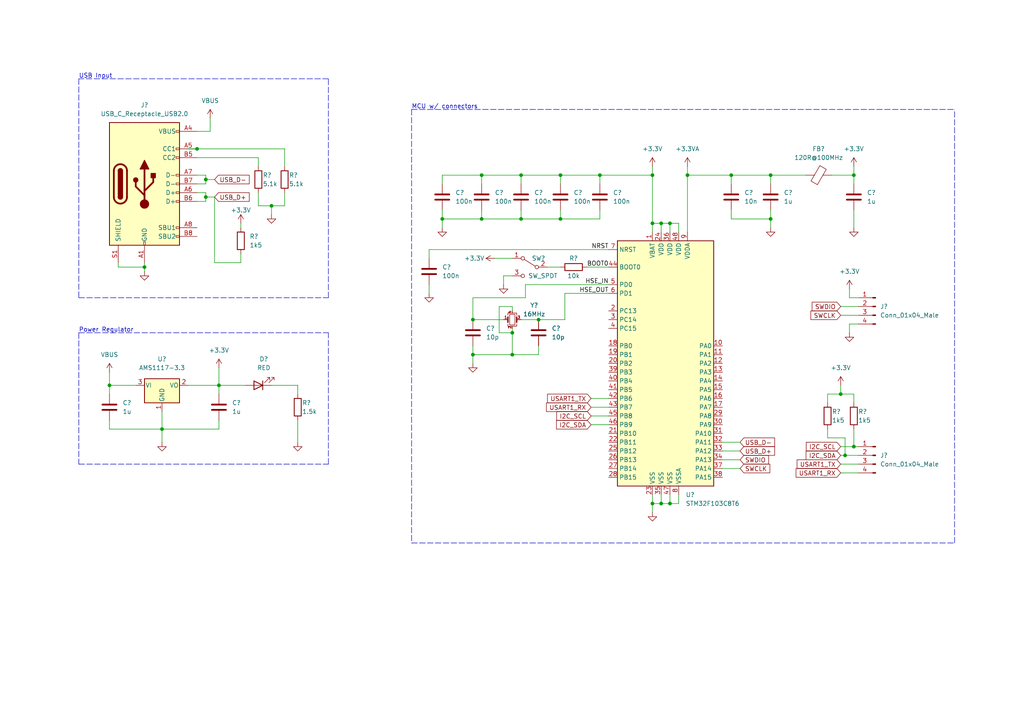
<source format=kicad_sch>
(kicad_sch (version 20211123) (generator eeschema)
  (paper "A4")
  (lib_symbols
    (symbol "Connector:Conn_01x04_Male" (pin_names (offset 1.016) hide)
      (property "Reference" "J" (at 0 5.08 0))
      (property "Value" "Conn_01x04_Male" (at 0 -7.62 0))
      (symbol "Conn_01x04_Male_1_1"
        (polyline (pts (xy 1.27 -5.08) (xy 0.8636 -5.08)) (stroke (width 0.1524)))
        (polyline (pts (xy 1.27 -2.54) (xy 0.8636 -2.54)) (stroke (width 0.1524)))
        (polyline (pts (xy 1.27 0) (xy 0.8636 0)) (stroke (width 0.1524)))
        (polyline (pts (xy 1.27 2.54) (xy 0.8636 2.54)) (stroke (width 0.1524)))
        (rectangle (start 0.8636 -4.953) (end 0 -5.207) (stroke (width 0.1524)) (fill (type outline)))
        (rectangle (start 0.8636 -2.413) (end 0 -2.667) (stroke (width 0.1524)) (fill (type outline)))
        (rectangle (start 0.8636 0.127) (end 0 -0.127) (stroke (width 0.1524)) (fill (type outline)))
        (rectangle (start 0.8636 2.667) (end 0 2.413) (stroke (width 0.1524)) (fill (type outline)))
        (pin passive line (at 5.08 2.54 180) (length 3.81) (name "Pin_1") (number "1"))
        (pin passive line (at 5.08 0 180) (length 3.81) (name "Pin_2") (number "2"))
        (pin passive line (at 5.08 -2.54 180) (length 3.81) (name "Pin_3") (number "3"))
        (pin passive line (at 5.08 -5.08 180) (length 3.81) (name "Pin_4") (number "4"))
      )
    )
    (symbol "Connector:USB_C_Receptacle_USB2.0" (pin_names (offset 1.016))
      (property "Reference" "J" (at -10.16 19.05 0))
      (property "Value" "USB_C_Receptacle_USB2.0" (at 19.05 19.05 0))
      (symbol "USB_C_Receptacle_USB2.0_0_0"
        (rectangle (start -0.254 -17.78) (end 0.254 -16.764))
        (rectangle (start 10.16 -14.986) (end 9.144 -15.494))
        (rectangle (start 10.16 -12.446) (end 9.144 -12.954))
        (rectangle (start 10.16 -4.826) (end 9.144 -5.334))
        (rectangle (start 10.16 -2.286) (end 9.144 -2.794))
        (rectangle (start 10.16 0.254) (end 9.144 -0.254))
        (rectangle (start 10.16 2.794) (end 9.144 2.286))
        (rectangle (start 10.16 7.874) (end 9.144 7.366))
        (rectangle (start 10.16 10.414) (end 9.144 9.906))
        (rectangle (start 10.16 15.494) (end 9.144 14.986))
      )
      (symbol "USB_C_Receptacle_USB2.0_0_1"
        (rectangle (start -10.16 17.78) (end 10.16 -17.78) (stroke (width 0.254)) (fill (type background)))
        (arc (start -8.89 -3.81) (mid -6.985 -5.715) (end -5.08 -3.81) (stroke (width 0.508)))
        (arc (start -7.62 -3.81) (mid -6.985 -4.445) (end -6.35 -3.81) (stroke (width 0.254)))
        (arc (start -7.62 -3.81) (mid -6.985 -4.445) (end -6.35 -3.81) (stroke (width 0.254)) (fill (type outline)))
        (rectangle (start -7.62 -3.81) (end -6.35 3.81) (stroke (width 0.254)) (fill (type outline)))
        (arc (start -6.35 3.81) (mid -6.985 4.445) (end -7.62 3.81) (stroke (width 0.254)))
        (arc (start -6.35 3.81) (mid -6.985 4.445) (end -7.62 3.81) (stroke (width 0.254)) (fill (type outline)))
        (arc (start -5.08 3.81) (mid -6.985 5.715) (end -8.89 3.81) (stroke (width 0.508)))
        (circle (center -2.54 1.143) (radius 0.635) (stroke (width 0.254)) (fill (type outline)))
        (circle (center 0 -5.842) (radius 1.27) (fill (type outline)))
        (polyline (pts (xy -8.89 -3.81) (xy -8.89 3.81)) (stroke (width 0.508)))
        (polyline (pts (xy -5.08 3.81) (xy -5.08 -3.81)) (stroke (width 0.508)))
        (polyline (pts (xy 0 -5.842) (xy 0 4.318)) (stroke (width 0.508)))
        (polyline (pts (xy 0 -3.302) (xy -2.54 -0.762) (xy -2.54 0.508)) (stroke (width 0.508)))
        (polyline (pts (xy 0 -2.032) (xy 2.54 0.508) (xy 2.54 1.778)) (stroke (width 0.508)))
        (polyline (pts (xy -1.27 4.318) (xy 0 6.858) (xy 1.27 4.318) (xy -1.27 4.318)) (stroke (width 0.254)) (fill (type outline)))
        (rectangle (start 1.905 1.778) (end 3.175 3.048) (stroke (width 0.254)) (fill (type outline)))
      )
      (symbol "USB_C_Receptacle_USB2.0_1_1"
        (pin passive line (at 0 -22.86 90) (length 5.08) (name "GND") (number "A1"))
        (pin passive line (at 0 -22.86 90) (length 5.08) hide (name "GND") (number "A12"))
        (pin passive line (at 15.24 15.24 180) (length 5.08) (name "VBUS") (number "A4"))
        (pin bidirectional line (at 15.24 10.16 180) (length 5.08) (name "CC1") (number "A5"))
        (pin bidirectional line (at 15.24 -2.54 180) (length 5.08) (name "D+") (number "A6"))
        (pin bidirectional line (at 15.24 2.54 180) (length 5.08) (name "D-") (number "A7"))
        (pin bidirectional line (at 15.24 -12.7 180) (length 5.08) (name "SBU1") (number "A8"))
        (pin passive line (at 15.24 15.24 180) (length 5.08) hide (name "VBUS") (number "A9"))
        (pin passive line (at 0 -22.86 90) (length 5.08) hide (name "GND") (number "B1"))
        (pin passive line (at 0 -22.86 90) (length 5.08) hide (name "GND") (number "B12"))
        (pin passive line (at 15.24 15.24 180) (length 5.08) hide (name "VBUS") (number "B4"))
        (pin bidirectional line (at 15.24 7.62 180) (length 5.08) (name "CC2") (number "B5"))
        (pin bidirectional line (at 15.24 -5.08 180) (length 5.08) (name "D+") (number "B6"))
        (pin bidirectional line (at 15.24 0 180) (length 5.08) (name "D-") (number "B7"))
        (pin bidirectional line (at 15.24 -15.24 180) (length 5.08) (name "SBU2") (number "B8"))
        (pin passive line (at 15.24 15.24 180) (length 5.08) hide (name "VBUS") (number "B9"))
        (pin passive line (at -7.62 -22.86 90) (length 5.08) (name "SHIELD") (number "S1"))
      )
    )
    (symbol "Device:C" (pin_numbers hide) (pin_names (offset 0.254))
      (property "Reference" "C" (at 0.635 2.54 0))
      (property "Value" "C" (at 0.635 -2.54 0))
      (symbol "C_0_1"
        (polyline (pts (xy -2.032 -0.762) (xy 2.032 -0.762)) (stroke (width 0.508)))
        (polyline (pts (xy -2.032 0.762) (xy 2.032 0.762)) (stroke (width 0.508)))
      )
      (symbol "C_1_1"
        (pin passive line (at 0 3.81 270) (length 2.794) (name "~") (number "1"))
        (pin passive line (at 0 -3.81 90) (length 2.794) (name "~") (number "2"))
      )
    )
    (symbol "Device:Crystal_GND24_Small" (pin_names (offset 1.016) hide)
      (property "Reference" "Y" (at 1.27 4.445 0))
      (property "Value" "Crystal_GND24_Small" (at 1.27 2.54 0))
      (symbol "Crystal_GND24_Small_0_1"
        (rectangle (start -0.762 -1.524) (end 0.762 1.524))
        (polyline (pts (xy -1.27 -0.762) (xy -1.27 0.762)) (stroke (width 0.381)))
        (polyline (pts (xy 1.27 -0.762) (xy 1.27 0.762)) (stroke (width 0.381)))
        (polyline (pts (xy -1.27 -1.27) (xy -1.27 -1.905) (xy 1.27 -1.905) (xy 1.27 -1.27)))
        (polyline (pts (xy -1.27 1.27) (xy -1.27 1.905) (xy 1.27 1.905) (xy 1.27 1.27)))
      )
      (symbol "Crystal_GND24_Small_1_1"
        (pin passive line (at -2.54 0 0) (length 1.27) (name "1") (number "1"))
        (pin passive line (at 0 -2.54 90) (length 0.635) (name "2") (number "2"))
        (pin passive line (at 2.54 0 180) (length 1.27) (name "3") (number "3"))
        (pin passive line (at 0 2.54 270) (length 0.635) (name "4") (number "4"))
      )
    )
    (symbol "Device:FerriteBead" (pin_numbers hide) (pin_names (offset 0))
      (property "Reference" "FB" (at -3.81 0.635 90))
      (property "Value" "FerriteBead" (at 3.81 0 90))
      (symbol "FerriteBead_0_1"
        (polyline (pts (xy 0 -1.27) (xy 0 -1.2192)))
        (polyline (pts (xy 0 1.27) (xy 0 1.2954)))
        (polyline (pts (xy -2.7686 0.4064) (xy -1.7018 2.2606) (xy 2.7686 -0.3048) (xy 1.6764 -2.159) (xy -2.7686 0.4064)))
      )
      (symbol "FerriteBead_1_1"
        (pin passive line (at 0 3.81 270) (length 2.54) (name "~") (number "1"))
        (pin passive line (at 0 -3.81 90) (length 2.54) (name "~") (number "2"))
      )
    )
    (symbol "Device:LED" (pin_numbers hide) (pin_names (offset 1.016) hide)
      (property "Reference" "D" (at 0 2.54 0))
      (property "Value" "LED" (at 0 -2.54 0))
      (symbol "LED_0_1"
        (polyline (pts (xy -1.27 -1.27) (xy -1.27 1.27)) (stroke (width 0.254)))
        (polyline (pts (xy -1.27 0) (xy 1.27 0)))
        (polyline (pts (xy 1.27 -1.27) (xy 1.27 1.27) (xy -1.27 0) (xy 1.27 -1.27)) (stroke (width 0.254)))
        (polyline (pts (xy -3.048 -0.762) (xy -4.572 -2.286) (xy -3.81 -2.286) (xy -4.572 -2.286) (xy -4.572 -1.524)))
        (polyline (pts (xy -1.778 -0.762) (xy -3.302 -2.286) (xy -2.54 -2.286) (xy -3.302 -2.286) (xy -3.302 -1.524)))
      )
      (symbol "LED_1_1"
        (pin passive line (at -3.81 0 0) (length 2.54) (name "K") (number "1"))
        (pin passive line (at 3.81 0 180) (length 2.54) (name "A") (number "2"))
      )
    )
    (symbol "Device:R" (pin_numbers hide) (pin_names (offset 0))
      (property "Reference" "R" (at 2.032 0 90))
      (property "Value" "R" (at 0 0 90))
      (symbol "R_0_1"
        (rectangle (start -1.016 -2.54) (end 1.016 2.54) (stroke (width 0.254)))
      )
      (symbol "R_1_1"
        (pin passive line (at 0 3.81 270) (length 1.27) (name "~") (number "1"))
        (pin passive line (at 0 -3.81 90) (length 1.27) (name "~") (number "2"))
      )
    )
    (symbol "MCU_ST_STM32F1:STM32F103C8Tx"
      (property "Reference" "U" (at -15.24 36.83 0))
      (property "Value" "STM32F103C8Tx" (at 7.62 36.83 0))
      (symbol "STM32F103C8Tx_0_1"
        (rectangle (start -15.24 -35.56) (end 12.7 35.56) (stroke (width 0.254)) (fill (type background)))
      )
      (symbol "STM32F103C8Tx_1_1"
        (pin power_in line (at -5.08 38.1 270) (length 2.54) (name "VBAT") (number "1"))
        (pin bidirectional line (at 15.24 5.08 180) (length 2.54) (name "PA0") (number "10"))
        (pin bidirectional line (at 15.24 2.54 180) (length 2.54) (name "PA1") (number "11"))
        (pin bidirectional line (at 15.24 0 180) (length 2.54) (name "PA2") (number "12"))
        (pin bidirectional line (at 15.24 -2.54 180) (length 2.54) (name "PA3") (number "13"))
        (pin bidirectional line (at 15.24 -5.08 180) (length 2.54) (name "PA4") (number "14"))
        (pin bidirectional line (at 15.24 -7.62 180) (length 2.54) (name "PA5") (number "15"))
        (pin bidirectional line (at 15.24 -10.16 180) (length 2.54) (name "PA6") (number "16"))
        (pin bidirectional line (at 15.24 -12.7 180) (length 2.54) (name "PA7") (number "17"))
        (pin bidirectional line (at -17.78 5.08 0) (length 2.54) (name "PB0") (number "18"))
        (pin bidirectional line (at -17.78 2.54 0) (length 2.54) (name "PB1") (number "19"))
        (pin bidirectional line (at -17.78 15.24 0) (length 2.54) (name "PC13") (number "2"))
        (pin bidirectional line (at -17.78 0 0) (length 2.54) (name "PB2") (number "20"))
        (pin bidirectional line (at -17.78 -20.32 0) (length 2.54) (name "PB10") (number "21"))
        (pin bidirectional line (at -17.78 -22.86 0) (length 2.54) (name "PB11") (number "22"))
        (pin power_in line (at -5.08 -38.1 90) (length 2.54) (name "VSS") (number "23"))
        (pin power_in line (at -2.54 38.1 270) (length 2.54) (name "VDD") (number "24"))
        (pin bidirectional line (at -17.78 -25.4 0) (length 2.54) (name "PB12") (number "25"))
        (pin bidirectional line (at -17.78 -27.94 0) (length 2.54) (name "PB13") (number "26"))
        (pin bidirectional line (at -17.78 -30.48 0) (length 2.54) (name "PB14") (number "27"))
        (pin bidirectional line (at -17.78 -33.02 0) (length 2.54) (name "PB15") (number "28"))
        (pin bidirectional line (at 15.24 -15.24 180) (length 2.54) (name "PA8") (number "29"))
        (pin bidirectional line (at -17.78 12.7 0) (length 2.54) (name "PC14") (number "3"))
        (pin bidirectional line (at 15.24 -17.78 180) (length 2.54) (name "PA9") (number "30"))
        (pin bidirectional line (at 15.24 -20.32 180) (length 2.54) (name "PA10") (number "31"))
        (pin bidirectional line (at 15.24 -22.86 180) (length 2.54) (name "PA11") (number "32"))
        (pin bidirectional line (at 15.24 -25.4 180) (length 2.54) (name "PA12") (number "33"))
        (pin bidirectional line (at 15.24 -27.94 180) (length 2.54) (name "PA13") (number "34"))
        (pin power_in line (at -2.54 -38.1 90) (length 2.54) (name "VSS") (number "35"))
        (pin power_in line (at 0 38.1 270) (length 2.54) (name "VDD") (number "36"))
        (pin bidirectional line (at 15.24 -30.48 180) (length 2.54) (name "PA14") (number "37"))
        (pin bidirectional line (at 15.24 -33.02 180) (length 2.54) (name "PA15") (number "38"))
        (pin bidirectional line (at -17.78 -2.54 0) (length 2.54) (name "PB3") (number "39"))
        (pin bidirectional line (at -17.78 10.16 0) (length 2.54) (name "PC15") (number "4"))
        (pin bidirectional line (at -17.78 -5.08 0) (length 2.54) (name "PB4") (number "40"))
        (pin bidirectional line (at -17.78 -7.62 0) (length 2.54) (name "PB5") (number "41"))
        (pin bidirectional line (at -17.78 -10.16 0) (length 2.54) (name "PB6") (number "42"))
        (pin bidirectional line (at -17.78 -12.7 0) (length 2.54) (name "PB7") (number "43"))
        (pin input line (at -17.78 27.94 0) (length 2.54) (name "BOOT0") (number "44"))
        (pin bidirectional line (at -17.78 -15.24 0) (length 2.54) (name "PB8") (number "45"))
        (pin bidirectional line (at -17.78 -17.78 0) (length 2.54) (name "PB9") (number "46"))
        (pin power_in line (at 0 -38.1 90) (length 2.54) (name "VSS") (number "47"))
        (pin power_in line (at 2.54 38.1 270) (length 2.54) (name "VDD") (number "48"))
        (pin input line (at -17.78 22.86 0) (length 2.54) (name "PD0") (number "5"))
        (pin input line (at -17.78 20.32 0) (length 2.54) (name "PD1") (number "6"))
        (pin input line (at -17.78 33.02 0) (length 2.54) (name "NRST") (number "7"))
        (pin power_in line (at 2.54 -38.1 90) (length 2.54) (name "VSSA") (number "8"))
        (pin power_in line (at 5.08 38.1 270) (length 2.54) (name "VDDA") (number "9"))
      )
    )
    (symbol "Regulator_Linear:AMS1117-3.3" (pin_names (offset 0.254))
      (property "Reference" "U" (at -3.81 3.175 0))
      (property "Value" "AMS1117-3.3" (at 0 3.175 0))
      (symbol "AMS1117-3.3_0_1"
        (rectangle (start -5.08 -5.08) (end 5.08 1.905) (stroke (width 0.254)) (fill (type background)))
      )
      (symbol "AMS1117-3.3_1_1"
        (pin power_in line (at 0 -7.62 90) (length 2.54) (name "GND") (number "1"))
        (pin power_out line (at 7.62 0 180) (length 2.54) (name "VO") (number "2"))
        (pin power_in line (at -7.62 0 0) (length 2.54) (name "VI") (number "3"))
      )
    )
    (symbol "Switch:SW_SPDT" (pin_names (offset 0) hide)
      (property "Reference" "SW" (at 0 4.318 0))
      (property "Value" "SW_SPDT" (at 0 -5.08 0))
      (symbol "SW_SPDT_0_0"
        (circle (center -2.032 0) (radius 0.508))
        (circle (center 2.032 -2.54) (radius 0.508))
      )
      (symbol "SW_SPDT_0_1"
        (polyline (pts (xy -1.524 0.254) (xy 1.651 2.286)))
        (circle (center 2.032 2.54) (radius 0.508))
      )
      (symbol "SW_SPDT_1_1"
        (pin passive line (at 5.08 2.54 180) (length 2.54) (name "A") (number "1"))
        (pin passive line (at -5.08 0 0) (length 2.54) (name "B") (number "2"))
        (pin passive line (at 5.08 -2.54 180) (length 2.54) (name "C") (number "3"))
      )
    )
    (symbol "power:+3.3V" (power) (pin_names (offset 0))
      (property "Value" "+3.3V" (at 0 3.556 0))
      (symbol "+3.3V_0_1"
        (polyline (pts (xy -0.762 1.27) (xy 0 2.54)))
        (polyline (pts (xy 0 0) (xy 0 2.54)))
        (polyline (pts (xy 0 2.54) (xy 0.762 1.27)))
      )
      (symbol "+3.3V_1_1"
        (pin power_in line (at 0 0 90) (length 0) hide (name "+3.3V") (number "1"))
      )
    )
    (symbol "power:+3.3VA" (power) (pin_names (offset 0))
      (property "Value" "+3.3VA" (at 0 3.556 0))
      (symbol "+3.3VA_0_1"
        (polyline (pts (xy -0.762 1.27) (xy 0 2.54)))
        (polyline (pts (xy 0 0) (xy 0 2.54)))
        (polyline (pts (xy 0 2.54) (xy 0.762 1.27)))
      )
      (symbol "+3.3VA_1_1"
        (pin power_in line (at 0 0 90) (length 0) hide (name "+3.3VA") (number "1"))
      )
    )
    (symbol "power:GND" (power) (pin_names (offset 0))
      (property "Value" "GND" (at 0 -3.81 0))
      (symbol "GND_0_1"
        (polyline (pts (xy 0 0) (xy 0 -1.27) (xy 1.27 -1.27) (xy 0 -2.54) (xy -1.27 -1.27) (xy 0 -1.27)))
      )
      (symbol "GND_1_1"
        (pin power_in line (at 0 0 270) (length 0) hide (name "GND") (number "1"))
      )
    )
    (symbol "power:VBUS" (power) (pin_names (offset 0))
      (property "Value" "VBUS" (at 0 3.81 0))
      (symbol "VBUS_0_1"
        (polyline (pts (xy -0.762 1.27) (xy 0 2.54)))
        (polyline (pts (xy 0 0) (xy 0 2.54)))
        (polyline (pts (xy 0 2.54) (xy 0.762 1.27)))
      )
      (symbol "VBUS_1_1"
        (pin power_in line (at 0 0 90) (length 0) hide (name "VBUS") (number "1"))
      )
    )
  )
  (junction (at 137.16 102.87))
  (junction (at 137.16 92.71))
  (junction (at 189.23 50.8))
  (junction (at 194.31 146.05))
  (junction (at 189.23 146.05))
  (junction (at 156.21 92.71))
  (junction (at 151.13 50.8))
  (junction (at 148.59 102.87))
  (junction (at 139.7 50.8))
  (junction (at 162.56 50.8))
  (junction (at 245.11 132.08))
  (junction (at 128.27 63.5))
  (junction (at 189.23 64.77))
  (junction (at 41.91 77.47))
  (junction (at 148.59 96.52))
  (junction (at 139.7 63.5))
  (junction (at 59.69 52.07))
  (junction (at 223.52 63.5))
  (junction (at 191.77 64.77))
  (junction (at 46.99 124.46))
  (junction (at 247.65 129.54))
  (junction (at 59.69 57.15))
  (junction (at 63.5 111.76))
  (junction (at 31.75 111.76))
  (junction (at 162.56 63.5))
  (junction (at 194.31 64.77))
  (junction (at 173.99 50.8))
  (junction (at 223.52 50.8))
  (junction (at 57.15 43.18))
  (junction (at 247.65 50.8))
  (junction (at 243.84 114.3))
  (junction (at 212.09 50.8))
  (junction (at 191.77 146.05))
  (junction (at 199.39 50.8))
  (junction (at 151.13 63.5))
  (junction (at 78.74 59.69))
  (wire (pts (xy 144.78 96.52) (xy 148.59 96.52)))
  (wire (pts (xy 151.13 50.8) (xy 151.13 53.34)))
  (wire (pts (xy 74.93 48.26) (xy 74.93 45.72)))
  (wire (pts (xy 74.93 45.72) (xy 57.15 45.72)))
  (wire (pts (xy 194.31 64.77) (xy 196.85 64.77)))
  (wire (pts (xy 247.65 114.3) (xy 247.65 116.84)))
  (wire (pts (xy 57.15 53.34) (xy 59.69 53.34)))
  (wire (pts (xy 146.05 80.01) (xy 146.05 82.55)))
  (wire (pts (xy 124.46 82.55) (xy 124.46 85.09)))
  (polyline (pts (xy 95.25 22.86) (xy 22.86 22.86)))
  (wire (pts (xy 223.52 63.5) (xy 212.09 63.5)))
  (wire (pts (xy 151.13 63.5) (xy 151.13 60.96)))
  (wire (pts (xy 245.11 127) (xy 240.03 127)))
  (wire (pts (xy 63.5 121.92) (xy 63.5 124.46)))
  (wire (pts (xy 173.99 50.8) (xy 189.23 50.8)))
  (wire (pts (xy 196.85 64.77) (xy 196.85 67.31)))
  (polyline (pts (xy 22.86 96.52) (xy 95.25 96.52)))
  (wire (pts (xy 128.27 53.34) (xy 128.27 50.8)))
  (polyline (pts (xy 22.86 96.52) (xy 22.86 134.62)))
  (wire (pts (xy 247.65 60.96) (xy 247.65 66.04)))
  (wire (pts (xy 31.75 111.76) (xy 31.75 114.3)))
  (wire (pts (xy 74.93 59.69) (xy 78.74 59.69)))
  (wire (pts (xy 151.13 50.8) (xy 162.56 50.8)))
  (wire (pts (xy 137.16 100.33) (xy 137.16 102.87)))
  (wire (pts (xy 189.23 146.05) (xy 191.77 146.05)))
  (wire (pts (xy 214.63 130.81) (xy 209.55 130.81)))
  (wire (pts (xy 78.74 59.69) (xy 82.55 59.69)))
  (wire (pts (xy 171.45 115.57) (xy 176.53 115.57)))
  (wire (pts (xy 189.23 64.77) (xy 191.77 64.77)))
  (wire (pts (xy 62.23 76.2) (xy 62.23 57.15)))
  (wire (pts (xy 86.36 111.76) (xy 78.74 111.76)))
  (wire (pts (xy 158.75 77.47) (xy 162.56 77.47)))
  (wire (pts (xy 128.27 63.5) (xy 128.27 66.04)))
  (wire (pts (xy 156.21 92.71) (xy 163.83 92.71)))
  (wire (pts (xy 78.74 59.69) (xy 78.74 62.23)))
  (wire (pts (xy 46.99 124.46) (xy 46.99 128.27)))
  (wire (pts (xy 196.85 146.05) (xy 194.31 146.05)))
  (wire (pts (xy 34.29 77.47) (xy 34.29 76.2)))
  (wire (pts (xy 128.27 60.96) (xy 128.27 63.5)))
  (wire (pts (xy 63.5 111.76) (xy 71.12 111.76)))
  (wire (pts (xy 57.15 55.88) (xy 59.69 55.88)))
  (wire (pts (xy 199.39 50.8) (xy 212.09 50.8)))
  (wire (pts (xy 240.03 114.3) (xy 243.84 114.3)))
  (wire (pts (xy 214.63 128.27) (xy 209.55 128.27)))
  (wire (pts (xy 223.52 50.8) (xy 233.68 50.8)))
  (wire (pts (xy 191.77 64.77) (xy 191.77 67.31)))
  (wire (pts (xy 245.11 127) (xy 245.11 132.08)))
  (wire (pts (xy 74.93 55.88) (xy 74.93 59.69)))
  (wire (pts (xy 124.46 74.93) (xy 124.46 72.39)))
  (wire (pts (xy 59.69 55.88) (xy 59.69 57.15)))
  (wire (pts (xy 148.59 96.52) (xy 148.59 95.25)))
  (wire (pts (xy 212.09 50.8) (xy 212.09 53.34)))
  (polyline (pts (xy 95.25 86.36) (xy 95.25 22.86)))
  (wire (pts (xy 59.69 50.8) (xy 59.69 52.07)))
  (wire (pts (xy 54.61 43.18) (xy 57.15 43.18)))
  (wire (pts (xy 139.7 53.34) (xy 139.7 50.8)))
  (wire (pts (xy 243.84 91.44) (xy 248.92 91.44)))
  (wire (pts (xy 59.69 57.15) (xy 59.69 58.42)))
  (wire (pts (xy 163.83 92.71) (xy 163.83 85.09)))
  (wire (pts (xy 223.52 50.8) (xy 212.09 50.8)))
  (polyline (pts (xy 119.38 31.75) (xy 119.38 157.48)))
  (wire (pts (xy 128.27 50.8) (xy 139.7 50.8)))
  (wire (pts (xy 31.75 107.95) (xy 31.75 111.76)))
  (wire (pts (xy 194.31 146.05) (xy 194.31 143.51)))
  (wire (pts (xy 245.11 132.08) (xy 248.92 132.08)))
  (wire (pts (xy 189.23 146.05) (xy 189.23 148.59)))
  (wire (pts (xy 196.85 143.51) (xy 196.85 146.05)))
  (polyline (pts (xy 22.86 86.36) (xy 95.25 86.36)))
  (wire (pts (xy 139.7 63.5) (xy 139.7 60.96)))
  (wire (pts (xy 243.84 111.76) (xy 243.84 114.3)))
  (polyline (pts (xy 119.38 31.75) (xy 276.86 31.75)))
  (wire (pts (xy 199.39 50.8) (xy 199.39 67.31)))
  (polyline (pts (xy 22.86 134.62) (xy 95.25 134.62)))
  (wire (pts (xy 63.5 111.76) (xy 54.61 111.76)))
  (wire (pts (xy 60.96 38.1) (xy 60.96 34.29)))
  (wire (pts (xy 212.09 63.5) (xy 212.09 60.96)))
  (wire (pts (xy 148.59 102.87) (xy 156.21 102.87)))
  (wire (pts (xy 243.84 129.54) (xy 247.65 129.54)))
  (wire (pts (xy 223.52 53.34) (xy 223.52 50.8)))
  (wire (pts (xy 146.05 80.01) (xy 148.59 80.01)))
  (wire (pts (xy 156.21 102.87) (xy 156.21 100.33)))
  (wire (pts (xy 194.31 64.77) (xy 194.31 67.31)))
  (wire (pts (xy 59.69 52.07) (xy 59.69 53.34)))
  (wire (pts (xy 152.4 82.55) (xy 152.4 86.36)))
  (wire (pts (xy 199.39 48.26) (xy 199.39 50.8)))
  (wire (pts (xy 148.59 88.9) (xy 144.78 88.9)))
  (wire (pts (xy 63.5 124.46) (xy 46.99 124.46)))
  (wire (pts (xy 191.77 64.77) (xy 194.31 64.77)))
  (wire (pts (xy 144.78 88.9) (xy 144.78 96.52)))
  (wire (pts (xy 57.15 38.1) (xy 60.96 38.1)))
  (wire (pts (xy 137.16 92.71) (xy 146.05 92.71)))
  (wire (pts (xy 189.23 143.51) (xy 189.23 146.05)))
  (wire (pts (xy 246.38 83.82) (xy 246.38 86.36)))
  (wire (pts (xy 247.65 124.46) (xy 247.65 129.54)))
  (wire (pts (xy 86.36 114.3) (xy 86.36 111.76)))
  (wire (pts (xy 86.36 121.92) (xy 86.36 128.27)))
  (wire (pts (xy 209.55 133.35) (xy 214.63 133.35)))
  (wire (pts (xy 223.52 60.96) (xy 223.52 63.5)))
  (wire (pts (xy 223.52 63.5) (xy 223.52 66.04)))
  (wire (pts (xy 128.27 63.5) (xy 139.7 63.5)))
  (wire (pts (xy 243.84 134.62) (xy 248.92 134.62)))
  (wire (pts (xy 31.75 124.46) (xy 46.99 124.46)))
  (wire (pts (xy 241.3 50.8) (xy 247.65 50.8)))
  (wire (pts (xy 173.99 53.34) (xy 173.99 50.8)))
  (wire (pts (xy 137.16 102.87) (xy 137.16 105.41)))
  (wire (pts (xy 240.03 116.84) (xy 240.03 114.3)))
  (wire (pts (xy 171.45 123.19) (xy 176.53 123.19)))
  (wire (pts (xy 247.65 48.26) (xy 247.65 50.8)))
  (wire (pts (xy 59.69 50.8) (xy 57.15 50.8)))
  (wire (pts (xy 137.16 86.36) (xy 137.16 92.71)))
  (wire (pts (xy 191.77 146.05) (xy 194.31 146.05)))
  (wire (pts (xy 247.65 50.8) (xy 247.65 53.34)))
  (polyline (pts (xy 22.86 22.86) (xy 22.86 86.36)))
  (wire (pts (xy 173.99 63.5) (xy 173.99 60.96)))
  (wire (pts (xy 243.84 132.08) (xy 245.11 132.08)))
  (wire (pts (xy 189.23 64.77) (xy 189.23 67.31)))
  (wire (pts (xy 171.45 118.11) (xy 176.53 118.11)))
  (wire (pts (xy 46.99 119.38) (xy 46.99 124.46)))
  (wire (pts (xy 170.18 77.47) (xy 176.53 77.47)))
  (wire (pts (xy 62.23 76.2) (xy 69.85 76.2)))
  (wire (pts (xy 246.38 86.36) (xy 248.92 86.36)))
  (wire (pts (xy 171.45 120.65) (xy 176.53 120.65)))
  (wire (pts (xy 152.4 86.36) (xy 137.16 86.36)))
  (wire (pts (xy 82.55 48.26) (xy 82.55 43.18)))
  (wire (pts (xy 143.51 74.93) (xy 148.59 74.93)))
  (wire (pts (xy 243.84 137.16) (xy 248.92 137.16)))
  (wire (pts (xy 163.83 85.09) (xy 176.53 85.09)))
  (wire (pts (xy 41.91 77.47) (xy 41.91 78.74)))
  (wire (pts (xy 151.13 92.71) (xy 156.21 92.71)))
  (wire (pts (xy 124.46 72.39) (xy 176.53 72.39)))
  (wire (pts (xy 189.23 50.8) (xy 189.23 48.26)))
  (wire (pts (xy 148.59 90.17) (xy 148.59 88.9)))
  (wire (pts (xy 240.03 127) (xy 240.03 124.46)))
  (wire (pts (xy 151.13 63.5) (xy 162.56 63.5)))
  (wire (pts (xy 139.7 50.8) (xy 151.13 50.8)))
  (wire (pts (xy 41.91 77.47) (xy 34.29 77.47)))
  (wire (pts (xy 162.56 63.5) (xy 162.56 60.96)))
  (wire (pts (xy 31.75 111.76) (xy 39.37 111.76)))
  (wire (pts (xy 69.85 76.2) (xy 69.85 73.66)))
  (wire (pts (xy 59.69 58.42) (xy 57.15 58.42)))
  (wire (pts (xy 162.56 50.8) (xy 173.99 50.8)))
  (polyline (pts (xy 119.38 157.48) (xy 276.86 157.48)))
  (wire (pts (xy 189.23 50.8) (xy 189.23 64.77)))
  (wire (pts (xy 246.38 93.98) (xy 248.92 93.98)))
  (wire (pts (xy 243.84 88.9) (xy 248.92 88.9)))
  (wire (pts (xy 82.55 43.18) (xy 57.15 43.18)))
  (wire (pts (xy 59.69 52.07) (xy 62.23 52.07)))
  (wire (pts (xy 148.59 96.52) (xy 148.59 102.87)))
  (wire (pts (xy 176.53 82.55) (xy 152.4 82.55)))
  (wire (pts (xy 69.85 64.77) (xy 69.85 66.04)))
  (wire (pts (xy 63.5 111.76) (xy 63.5 114.3)))
  (wire (pts (xy 162.56 63.5) (xy 173.99 63.5)))
  (wire (pts (xy 162.56 50.8) (xy 162.56 53.34)))
  (wire (pts (xy 191.77 146.05) (xy 191.77 143.51)))
  (wire (pts (xy 139.7 63.5) (xy 151.13 63.5)))
  (wire (pts (xy 31.75 121.92) (xy 31.75 124.46)))
  (wire (pts (xy 246.38 96.52) (xy 246.38 93.98)))
  (wire (pts (xy 247.65 129.54) (xy 248.92 129.54)))
  (wire (pts (xy 63.5 106.68) (xy 63.5 111.76)))
  (wire (pts (xy 209.55 135.89) (xy 214.63 135.89)))
  (wire (pts (xy 41.91 76.2) (xy 41.91 77.47)))
  (wire (pts (xy 59.69 57.15) (xy 62.23 57.15)))
  (polyline (pts (xy 276.86 157.48) (xy 276.86 31.75)))
  (wire (pts (xy 82.55 59.69) (xy 82.55 55.88)))
  (wire (pts (xy 137.16 102.87) (xy 148.59 102.87)))
  (polyline (pts (xy 95.25 134.62) (xy 95.25 96.52)))
  (wire (pts (xy 243.84 114.3) (xy 247.65 114.3)))
  (text "MCU w/ connectors" (at 119.38 31.75 0) (effects (font (size 1.27 1.27)) (justify left bottom)))
  (text "Power Regulator" (at 22.86 96.52 0) (effects (font (size 1.27 1.27)) (justify left bottom)))
  (text "USB Input" (at 22.86 22.86 0) (effects (font (size 1.27 1.27)) (justify left bottom)))
  (label "NRST" (at 176.53 72.39 180))
  (label "HSE_IN" (at 176.53 82.55 180))
  (label "BOOT0" (at 176.53 77.47 180))
  (label "HSE_OUT" (at 176.53 85.09 180))
  (global_label "USB_D-" (shape input) (at 214.63 128.27 0) (property "Intersheet References" "${INTERSHEET_REFS}" (effects hide)))
  (global_label "I2C_SCL" (shape input) (at 171.45 120.65 180) (property "Intersheet References" "${INTERSHEET_REFS}" (effects hide)))
  (global_label "SWDIO" (shape input) (at 214.63 133.35 0) (property "Intersheet References" "${INTERSHEET_REFS}" (effects hide)))
  (global_label "I2C_SDA" (shape input) (at 243.84 132.08 180) (property "Intersheet References" "${INTERSHEET_REFS}" (effects hide)))
  (global_label "USB_D+" (shape input) (at 62.23 57.15 0) (property "Intersheet References" "${INTERSHEET_REFS}" (effects hide)))
  (global_label "USB_D-" (shape input) (at 62.23 52.07 0) (property "Intersheet References" "${INTERSHEET_REFS}" (effects hide)))
  (global_label "SWDIO" (shape input) (at 243.84 88.9 180) (property "Intersheet References" "${INTERSHEET_REFS}" (effects hide)))
  (global_label "USB_D+" (shape input) (at 214.63 130.81 0) (property "Intersheet References" "${INTERSHEET_REFS}" (effects hide)))
  (global_label "SWCLK" (shape input) (at 243.84 91.44 180) (property "Intersheet References" "${INTERSHEET_REFS}" (effects hide)))
  (global_label "I2C_SCL" (shape input) (at 243.84 129.54 180) (property "Intersheet References" "${INTERSHEET_REFS}" (effects hide)))
  (global_label "USART1_TX" (shape input) (at 243.84 134.62 180) (property "Intersheet References" "${INTERSHEET_REFS}" (effects hide)))
  (global_label "I2C_SDA" (shape input) (at 171.45 123.19 180) (property "Intersheet References" "${INTERSHEET_REFS}" (effects hide)))
  (global_label "USART1_RX" (shape input) (at 243.84 137.16 180) (property "Intersheet References" "${INTERSHEET_REFS}" (effects hide)))
  (global_label "USART1_RX" (shape input) (at 171.45 118.11 180) (property "Intersheet References" "${INTERSHEET_REFS}" (effects hide)))
  (global_label "USART1_TX" (shape input) (at 171.45 115.57 180) (property "Intersheet References" "${INTERSHEET_REFS}" (effects hide)))
  (global_label "SWCLK" (shape input) (at 214.63 135.89 0) (property "Intersheet References" "${INTERSHEET_REFS}" (effects hide)))
  (symbol (lib_id "Switch:SW_SPDT") (at 153.67 77.47 0) (mirror y) (unit 1)
    (property "Reference" "SW?" (at 156.21 74.93 0))
    (property "Value" "SW_SPDT" (at 157.48 80.01 0))
  )
  (symbol (lib_id "Device:C") (at 223.52 57.15 0) (unit 1)
    (property "Reference" "C?" (at 227.33 55.8799 0) (effects (justify left)))
    (property "Value" "1u" (at 227.33 58.4199 0) (effects (justify left)))
  )
  (symbol (lib_id "power:GND") (at 246.38 96.52 0) (unit 1)
    (property "Reference" "#PWR?" (effects hide))
    (property "Value" "GND" (effects hide))
  )
  (symbol (lib_id "power:GND") (at 189.23 148.59 0) (unit 1)
    (property "Reference" "#PWR?" (effects hide))
    (property "Value" "GND" (effects hide))
  )
  (symbol (lib_id "power:GND") (at 41.91 78.74 0) (unit 1)
    (property "Reference" "#PWR?" (effects hide))
    (property "Value" "GND" (effects hide))
  )
  (symbol (lib_id "Device:C") (at 128.27 57.15 0) (unit 1)
    (property "Reference" "C?" (at 132.08 55.8799 0) (effects (justify left)))
    (property "Value" "100n" (at 132.08 58.4199 0) (effects (justify left)))
  )
  (symbol (lib_id "Device:C") (at 162.56 57.15 0) (unit 1)
    (property "Reference" "C?" (at 166.37 55.8799 0) (effects (justify left)))
    (property "Value" "100n" (at 166.37 58.4199 0) (effects (justify left)))
  )
  (symbol (lib_id "power:GND") (at 223.52 66.04 0) (unit 1)
    (property "Reference" "#PWR?" (effects hide))
    (property "Value" "GND" (effects hide))
  )
  (symbol (lib_id "Device:R") (at 82.55 52.07 0) (unit 1)
    (property "Reference" "R?" (at 83.82 50.8 0) (effects (justify left)))
    (property "Value" "5.1k" (at 83.82 53.34 0) (effects (justify left)))
  )
  (symbol (lib_id "power:+3.3VA") (at 199.39 48.26 0) (unit 1)
    (property "Reference" "#PWR?" (effects hide))
    (property "Value" "+3.3VA" (at 199.39 43.18 0))
  )
  (symbol (lib_id "Device:C") (at 124.46 78.74 0) (unit 1)
    (property "Reference" "C?" (at 128.27 77.4699 0) (effects (justify left)))
    (property "Value" "100n" (at 128.27 80.0099 0) (effects (justify left)))
  )
  (symbol (lib_id "Device:R") (at 69.85 69.85 0) (unit 1)
    (property "Reference" "R?" (at 72.39 68.5799 0) (effects (justify left)))
    (property "Value" "1k5" (at 72.39 71.1199 0) (effects (justify left)))
  )
  (symbol (lib_id "Device:C") (at 173.99 57.15 0) (unit 1)
    (property "Reference" "C?" (at 177.8 55.8799 0) (effects (justify left)))
    (property "Value" "100n" (at 177.8 58.4199 0) (effects (justify left)))
  )
  (symbol (lib_id "Device:R") (at 166.37 77.47 90) (unit 1)
    (property "Reference" "R?" (at 166.37 74.93 90))
    (property "Value" "10k" (at 166.37 80.01 90))
  )
  (symbol (lib_id "Device:C") (at 31.75 118.11 0) (unit 1)
    (property "Reference" "C?" (at 35.56 116.8399 0) (effects (justify left)))
    (property "Value" "1u" (at 35.56 119.3799 0) (effects (justify left)))
  )
  (symbol (lib_id "power:+3.3V") (at 69.85 64.77 0) (unit 1)
    (property "Reference" "#PWR?" (effects hide))
    (property "Value" "+3.3V" (at 69.85 60.96 0))
  )
  (symbol (lib_id "power:+3.3V") (at 246.38 83.82 0) (unit 1)
    (property "Reference" "#PWR?" (effects hide))
    (property "Value" "+3.3V" (at 246.38 78.74 0))
  )
  (symbol (lib_id "Device:R") (at 240.03 120.65 0) (unit 1)
    (property "Reference" "R?" (at 241.3 119.38 0) (effects (justify left)))
    (property "Value" "1k5" (at 241.3 121.92 0) (effects (justify left)))
  )
  (symbol (lib_id "power:GND") (at 124.46 85.09 0) (unit 1)
    (property "Reference" "#PWR?" (effects hide))
    (property "Value" "GND" (effects hide))
  )
  (symbol (lib_id "Device:C") (at 212.09 57.15 0) (unit 1)
    (property "Reference" "C?" (at 215.9 55.8799 0) (effects (justify left)))
    (property "Value" "10n" (at 215.9 58.4199 0) (effects (justify left)))
  )
  (symbol (lib_id "Device:C") (at 156.21 96.52 0) (unit 1)
    (property "Reference" "C?" (at 160.02 95.2499 0) (effects (justify left)))
    (property "Value" "10p" (at 160.02 97.7899 0) (effects (justify left)))
  )
  (symbol (lib_id "Regulator_Linear:AMS1117-3.3") (at 46.99 111.76 0) (unit 1)
    (property "Reference" "U?" (at 46.99 104.14 0))
    (property "Value" "AMS1117-3.3" (at 46.99 106.68 0))
    (property "Footprint" "Package_TO_SOT_SMD:SOT-223-3_TabPin2" (effects hide))
    (property "Datasheet" "http://www.advanced-monolithic.com/pdf/ds1117.pdf" (effects hide))
  )
  (symbol (lib_id "Device:C") (at 151.13 57.15 0) (unit 1)
    (property "Reference" "C?" (at 154.94 55.8799 0) (effects (justify left)))
    (property "Value" "100n" (at 154.94 58.4199 0) (effects (justify left)))
  )
  (symbol (lib_id "power:GND") (at 86.36 128.27 0) (unit 1)
    (property "Reference" "#PWR?" (effects hide))
    (property "Value" "GND" (effects hide))
  )
  (symbol (lib_id "power:GND") (at 137.16 105.41 0) (unit 1)
    (property "Reference" "#PWR?" (effects hide))
    (property "Value" "GND" (effects hide))
  )
  (symbol (lib_id "Device:C") (at 137.16 96.52 0) (unit 1)
    (property "Reference" "C?" (at 140.97 95.2499 0) (effects (justify left)))
    (property "Value" "10p" (at 140.97 97.7899 0) (effects (justify left)))
  )
  (symbol (lib_id "Device:R") (at 247.65 120.65 0) (unit 1)
    (property "Reference" "R?" (at 248.92 119.38 0) (effects (justify left)))
    (property "Value" "1k5" (at 248.92 121.92 0) (effects (justify left)))
  )
  (symbol (lib_id "Device:C") (at 247.65 57.15 0) (unit 1)
    (property "Reference" "C?" (at 251.46 55.8799 0) (effects (justify left)))
    (property "Value" "1u" (at 251.46 58.4199 0) (effects (justify left)))
  )
  (symbol (lib_id "power:+3.3V") (at 189.23 48.26 0) (unit 1)
    (property "Reference" "#PWR?" (effects hide))
    (property "Value" "+3.3V" (at 189.23 43.18 0))
  )
  (symbol (lib_id "Device:C") (at 63.5 118.11 0) (unit 1)
    (property "Reference" "C?" (at 67.31 116.8399 0) (effects (justify left)))
    (property "Value" "1u" (at 67.31 119.3799 0) (effects (justify left)))
  )
  (symbol (lib_id "power:+3.3V") (at 63.5 106.68 0) (unit 1)
    (property "Reference" "#PWR?" (effects hide))
    (property "Value" "+3.3V" (at 63.5 101.6 0))
  )
  (symbol (lib_id "power:GND") (at 146.05 82.55 0) (unit 1)
    (property "Reference" "#PWR?" (effects hide))
    (property "Value" "GND" (effects hide))
  )
  (symbol (lib_id "Device:LED") (at 74.93 111.76 180) (unit 1)
    (property "Reference" "D?" (at 76.5175 104.14 0))
    (property "Value" "RED" (at 76.5175 106.68 0))
  )
  (symbol (lib_id "Device:C") (at 139.7 57.15 0) (unit 1)
    (property "Reference" "C?" (at 143.51 55.8799 0) (effects (justify left)))
    (property "Value" "100n" (at 143.51 58.4199 0) (effects (justify left)))
  )
  (symbol (lib_id "power:+3.3V") (at 243.84 111.76 0) (unit 1)
    (property "Reference" "#PWR?" (effects hide))
    (property "Value" "+3.3V" (at 243.84 106.68 0))
  )
  (symbol (lib_id "Connector:USB_C_Receptacle_USB2.0") (at 41.91 53.34 0) (unit 1)
    (property "Reference" "J?" (at 41.91 30.48 0))
    (property "Value" "USB_C_Receptacle_USB2.0" (at 41.91 33.02 0))
    (property "Datasheet" "https://www.usb.org/sites/default/files/documents/usb_type-c.zip" (effects hide))
  )
  (symbol (lib_id "Device:FerriteBead") (at 237.49 50.8 90) (unit 1)
    (property "Reference" "FB?" (at 237.4392 43.18 90))
    (property "Value" "120R@100MHz" (at 237.4392 45.72 90))
  )
  (symbol (lib_id "Connector:Conn_01x04_Male") (at 254 88.9 0) (mirror y) (unit 1)
    (property "Reference" "J?" (at 255.27 88.8999 0) (effects (justify right)))
    (property "Value" "Conn_01x04_Male" (at 255.27 91.4399 0) (effects (justify right)))
  )
  (symbol (lib_id "power:GND") (at 247.65 66.04 0) (unit 1)
    (property "Reference" "#PWR?" (effects hide))
    (property "Value" "GND" (effects hide))
  )
  (symbol (lib_id "Device:R") (at 86.36 118.11 0) (unit 1)
    (property "Reference" "R?" (at 87.63 116.84 0) (effects (justify left)))
    (property "Value" "1.5k" (at 87.63 119.38 0) (effects (justify left)))
  )
  (symbol (lib_id "power:GND") (at 78.74 62.23 0) (unit 1)
    (property "Reference" "#PWR?" (effects hide))
    (property "Value" "GND" (effects hide))
  )
  (symbol (lib_id "power:+3.3V") (at 247.65 48.26 0) (unit 1)
    (property "Reference" "#PWR?" (effects hide))
    (property "Value" "+3.3V" (at 247.65 43.18 0))
  )
  (symbol (lib_id "Connector:Conn_01x04_Male") (at 254 132.08 0) (mirror y) (unit 1)
    (property "Reference" "J?" (at 255.27 132.0799 0) (effects (justify right)))
    (property "Value" "Conn_01x04_Male" (at 255.27 134.6199 0) (effects (justify right)))
  )
  (symbol (lib_id "power:GND") (at 46.99 128.27 0) (unit 1)
    (property "Reference" "#PWR?" (effects hide))
    (property "Value" "GND" (effects hide))
  )
  (symbol (lib_id "power:+3.3V") (at 143.51 74.93 90) (unit 1)
    (property "Reference" "#PWR?" (effects hide))
    (property "Value" "+3.3V" (at 134.62 74.93 90) (effects (justify right)))
  )
  (symbol (lib_id "power:VBUS") (at 60.96 34.29 0) (unit 1)
    (property "Reference" "#PWR?" (effects hide))
    (property "Value" "VBUS" (at 60.96 29.21 0))
  )
  (symbol (lib_id "power:VBUS") (at 31.75 107.95 0) (unit 1)
    (property "Reference" "#PWR?" (effects hide))
    (property "Value" "VBUS" (at 31.75 102.87 0))
  )
  (symbol (lib_id "Device:R") (at 74.93 52.07 0) (unit 1)
    (property "Reference" "R?" (at 76.2 50.8 0) (effects (justify left)))
    (property "Value" "5.1k" (at 76.2 53.34 0) (effects (justify left)))
  )
  (symbol (lib_id "Device:Crystal_GND24_Small") (at 148.59 92.71 0) (unit 1)
    (property "Reference" "Y?" (at 154.94 88.5698 0))
    (property "Value" "16MHz" (at 154.94 91.1098 0))
  )
  (symbol (lib_id "MCU_ST_STM32F1:STM32F103C8Tx") (at 194.31 105.41 0) (unit 1)
    (property "Reference" "U?" (at 198.8694 143.51 0) (effects (justify left)))
    (property "Value" "STM32F103C8T6" (at 198.8694 146.05 0) (effects (justify left)))
    (property "Footprint" "Package_QFP:LQFP-48_7x7mm_P0.5mm" (effects hide))
    (property "Datasheet" "http://www.st.com/st-web-ui/static/active/en/resource/technical/document/datasheet/CD00161566.pdf" (effects hide))
  )
  (symbol (lib_id "power:GND") (at 128.27 66.04 0) (unit 1)
    (property "Reference" "#PWR?" (effects hide))
    (property "Value" "GND" (effects hide))
  )
)
</source>
